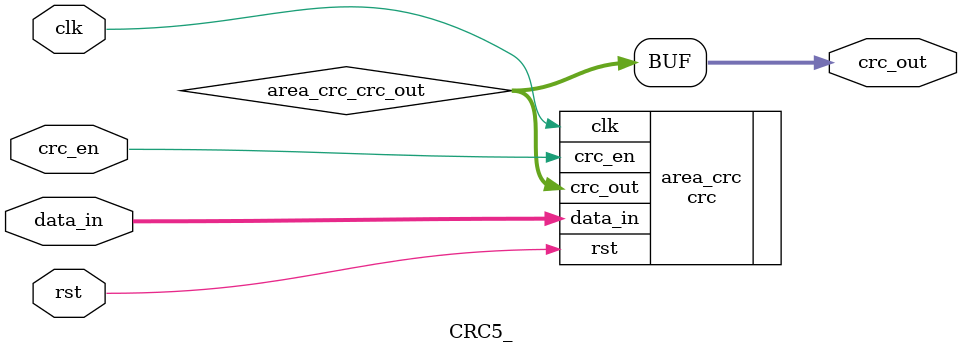
<source format=v>

`timescale 1ns/1ps 

module CRC5_ (
  input      [23:0]   data_in,
  input               crc_en,
  output     [4:0]    crc_out,
  input               clk,
  input               rst
);

  wire       [4:0]    area_crc_crc_out;

  crc area_crc (
    .data_in    (data_in[23:0]          ), //i
    .crc_en     (crc_en                 ), //i
    .crc_out    (area_crc_crc_out[4:0]  ), //o
    .clk        (clk                    ), //i
    .rst        (rst                    )  //i
  );
  assign crc_out = area_crc_crc_out;

endmodule

</source>
